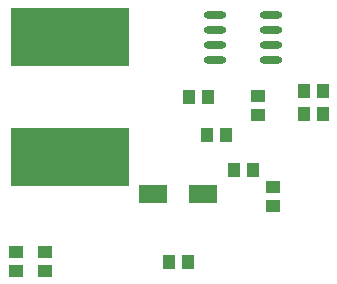
<source format=gtp>
G04*
G04 #@! TF.GenerationSoftware,Altium Limited,Altium Designer,18.0.9 (584)*
G04*
G04 Layer_Color=8421504*
%FSLAX25Y25*%
%MOIN*%
G70*
G01*
G75*
%ADD15R,0.03937X0.05118*%
%ADD16R,0.05118X0.03937*%
%ADD17R,0.39370X0.19685*%
%ADD18R,0.09173X0.06142*%
%ADD19O,0.07480X0.02362*%
D15*
X125098Y60039D02*
D03*
X118799D02*
D03*
X125098Y67913D02*
D03*
X118799D02*
D03*
X79823Y10827D02*
D03*
X73524D02*
D03*
X86713Y65945D02*
D03*
X80413D02*
D03*
X101476Y41339D02*
D03*
X95177D02*
D03*
X92618Y53150D02*
D03*
X86319D02*
D03*
D16*
X103248Y59842D02*
D03*
Y66142D02*
D03*
X22539Y13976D02*
D03*
Y7677D02*
D03*
X32382Y13976D02*
D03*
Y7677D02*
D03*
X108169Y29331D02*
D03*
Y35630D02*
D03*
D17*
X40740Y85945D02*
D03*
Y45945D02*
D03*
D18*
X85098Y33465D02*
D03*
X68248D02*
D03*
D19*
X89075Y78130D02*
D03*
Y83130D02*
D03*
Y88130D02*
D03*
Y93130D02*
D03*
X107579Y78130D02*
D03*
Y83130D02*
D03*
Y88130D02*
D03*
Y93130D02*
D03*
M02*

</source>
